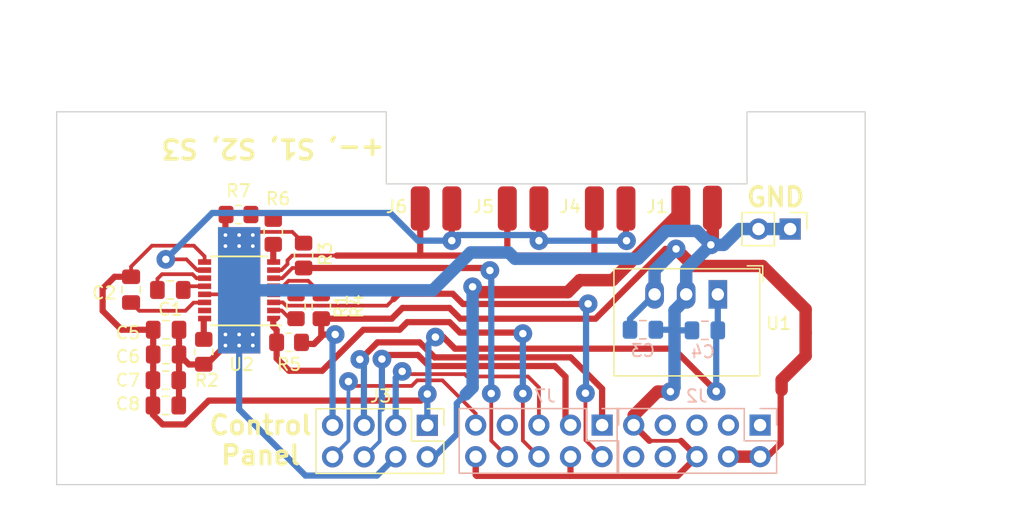
<source format=kicad_pcb>
(kicad_pcb (version 20211014) (generator pcbnew)
  (layers (0 "F.Cu" signal) (31 "B.Cu" signal) (34 "B.Paste" user) (35 "F.Paste" user) (36 "B.SilkS" user "B.Silkscreen") (37 "F.SilkS" user "F.Silkscreen") (38 "B.Mask" user) (39 "F.Mask" user) (44 "Edge.Cuts" user))
  (net 0 "")
  (net 1 "Net-(C1-Pad1)")
  (net 2 "Net-(C1-Pad2)")
  (net 3 "+12V")
  (net 4 "/Batt+")
  (net 5 "GND")
  (net 7 "+5V")
  (net 13 "/Network-LED")
  (net 14 "/GPS-LED")
  (net 15 "/BOOT-LED")
  (net 16 "/Button-Pin")
  (net 17 "Net-(J4-Pad1)")
  (net 18 "Net-(J4-Pad2)")
  (net 19 "/PHASE")
  (net 20 "/nFault")
  (net 22 "/ENABLE")
  (net 23 "Net-(R1-Pad1)")
  (net 24 "Net-(R2-Pad1)")
  (net 25 "Net-(R4-Pad1)")
  (net 26 "Net-(R6-Pad1)")
  (net 27 "Net-(R6-Pad2)")
  (net 29 "Net-(U2-Pad14)")
  (footprint "Capacitor_SMD:C_0805_2012Metric_Pad1.18x1.45mm_HandSolder" (layer "F.Cu") (at 125.984 94.3102 -90)
    (fp_text reference "C2" (at 0.261252 2.159 180) (layer "F.SilkS"))
    (fp_text value "100nF")
    (fp_line (start -0.261252 0.735) (end 0.261252 0.735) (layer "F.SilkS") (width 0.12))
    (fp_line (start -0.261252 -0.735) (end 0.261252 -0.735) (layer "F.SilkS") (width 0.12))
    (pad "1" smd roundrect (at -1.0375 0 270) (size 1.175 1.45) (layers "F.Cu" "F.Paste" "F.Mask") (roundrect_rratio 0.212766) (net 3 "+12V"))
    (pad "2" smd roundrect (at 1.0375 0 270) (size 1.175 1.45) (layers "F.Cu" "F.Paste" "F.Mask") (roundrect_rratio 0.212766) (net 29 "Net-(U2-Pad14)"))
  )
  (footprint "MountingHole:MountingHole_2.7mm" (layer "F.Cu") (at 181.5 106.5)
    (fp_text reference "REF**" hide)
    (fp_text value "MountingHole_2.7mm")
    (pad "" np_thru_hole circle locked (at 0 0) (size 2.7 2.7) (drill 2.7) (layers *.Cu *.Mask))
  )
  (footprint "Resistor_SMD:R_0805_2012Metric_Pad1.20x1.40mm_HandSolder" (layer "F.Cu") (at 138.684 98.552)
    (fp_text reference "R5" (at 0 1.778) (layer "F.SilkS"))
    (fp_text value "4,7k")
    (fp_line (start -0.227064 0.735) (end 0.227064 0.735) (layer "F.SilkS") (width 0.12))
    (fp_line (start -0.227064 -0.735) (end 0.227064 -0.735) (layer "F.SilkS") (width 0.12))
    (pad "1" smd roundrect (at -1 0) (size 1.2 1.4) (layers "F.Cu" "F.Paste" "F.Mask") (roundrect_rratio 0.208333) (net 20 "/nFault"))
    (pad "2" smd roundrect (at 1 0) (size 1.2 1.4) (layers "F.Cu" "F.Paste" "F.Mask") (roundrect_rratio 0.208333) (net 7 "+5V"))
  )
  (footprint "MyFootprints:Pfusch_Conn" (layer "F.Cu") (at 157.5 86)
    (fp_text reference "J5" (at -3.195 1.63 unlocked) (layer "F.SilkS"))
    (fp_text value "Servo_2")
    (pad "1" smd roundrect (at -1.27 1.778 90) (size 3.556 1.524) (layers "F.Cu" "F.Paste" "F.Mask") (net 17 "Net-(J4-Pad1)"))
    (pad "2" smd roundrect (at 1.27 1.778 90) (size 3.556 1.524) (layers "F.Cu" "F.Paste" "F.Mask") (net 18 "Net-(J4-Pad2)"))
  )
  (footprint "Resistor_SMD:R_0805_2012Metric_Pad1.20x1.40mm_HandSolder" (layer "F.Cu") (at 139.2428 95.6478 90)
    (fp_text reference "R1" (at 0 3.6322 90) (layer "F.SilkS"))
    (fp_text value "10k")
    (fp_line (start -0.227064 0.735) (end 0.227064 0.735) (layer "F.SilkS") (width 0.12))
    (fp_line (start -0.227064 -0.735) (end 0.227064 -0.735) (layer "F.SilkS") (width 0.12))
    (pad "1" smd roundrect (at -1 0 90) (size 1.2 1.4) (layers "F.Cu" "F.Paste" "F.Mask") (roundrect_rratio 0.208333) (net 23 "Net-(R1-Pad1)"))
    (pad "2" smd roundrect (at 1 0 90) (size 1.2 1.4) (layers "F.Cu" "F.Paste" "F.Mask") (roundrect_rratio 0.208333) (net 5 "GND"))
  )
  (footprint "Capacitor_SMD:C_0805_2012Metric_Pad1.18x1.45mm_HandSolder" (layer "F.Cu") (at 128.778 103.632)
    (fp_text reference "C8" (at -3.048 -0.127) (layer "F.SilkS"))
    (fp_text value "10u")
    (fp_line (start -0.261252 0.735) (end 0.261252 0.735) (layer "F.SilkS") (width 0.12))
    (fp_line (start -0.261252 -0.735) (end 0.261252 -0.735) (layer "F.SilkS") (width 0.12))
    (pad "1" smd roundrect (at -1.0375 0) (size 1.175 1.45) (layers "F.Cu" "F.Paste" "F.Mask") (roundrect_rratio 0.212766) (net 3 "+12V"))
    (pad "2" smd roundrect (at 1.0375 0) (size 1.175 1.45) (layers "F.Cu" "F.Paste" "F.Mask") (roundrect_rratio 0.212766) (net 5 "GND"))
  )
  (footprint "Resistor_SMD:R_0805_2012Metric_Pad1.20x1.40mm_HandSolder" (layer "F.Cu") (at 141.2748 95.6478 -90)
    (fp_text reference "R4" (at 0 -2.8702 90) (layer "F.SilkS"))
    (fp_text value "4,7k")
    (fp_line (start -0.227064 -0.735) (end 0.227064 -0.735) (layer "F.SilkS") (width 0.12))
    (fp_line (start -0.227064 0.735) (end 0.227064 0.735) (layer "F.SilkS") (width 0.12))
    (pad "1" smd roundrect (at -1 0 270) (size 1.2 1.4) (layers "F.Cu" "F.Paste" "F.Mask") (roundrect_rratio 0.208333) (net 25 "Net-(R4-Pad1)"))
    (pad "2" smd roundrect (at 1 0 270) (size 1.2 1.4) (layers "F.Cu" "F.Paste" "F.Mask") (roundrect_rratio 0.208333) (net 7 "+5V"))
  )
  (footprint "MyFootprints:Pfusch_Conn" (layer "F.Cu") (at 164.5 86)
    (fp_text reference "J4" (at -3.21 1.63 unlocked) (layer "F.SilkS"))
    (fp_text value "Servo_1")
    (pad "1" smd roundrect (at -1.27 1.778 90) (size 3.556 1.524) (layers "F.Cu" "F.Paste" "F.Mask") (net 17 "Net-(J4-Pad1)"))
    (pad "2" smd roundrect (at 1.27 1.778 90) (size 3.556 1.524) (layers "F.Cu" "F.Paste" "F.Mask") (net 18 "Net-(J4-Pad2)"))
  )
  (footprint "MyFootprints:Pfusch_Conn" (layer "F.Cu") (at 171.45 85.9435)
    (fp_text reference "J1" (at -3.175 1.6865 unlocked) (layer "F.SilkS"))
    (fp_text value "Batt")
    (pad "1" smd roundrect (at -1.27 1.778 90) (size 3.556 1.524) (layers "F.Cu" "F.Paste" "F.Mask") (net 4 "/Batt+"))
    (pad "2" smd roundrect (at 1.27 1.778 90) (size 3.556 1.524) (layers "F.Cu" "F.Paste" "F.Mask") (net 5 "GND"))
  )
  (footprint "Resistor_SMD:R_0805_2012Metric_Pad1.20x1.40mm_HandSolder" (layer "F.Cu") (at 131.826 99.314 -90)
    (fp_text reference "R2" (at 2.286 -0.254 180) (layer "F.SilkS"))
    (fp_text value "10k")
    (fp_line (start -0.227064 -0.735) (end 0.227064 -0.735) (layer "F.SilkS") (width 0.12))
    (fp_line (start -0.227064 0.735) (end 0.227064 0.735) (layer "F.SilkS") (width 0.12))
    (pad "1" smd roundrect (at -1 0 270) (size 1.2 1.4) (layers "F.Cu" "F.Paste" "F.Mask") (roundrect_rratio 0.208333) (net 24 "Net-(R2-Pad1)"))
    (pad "2" smd roundrect (at 1 0 270) (size 1.2 1.4) (layers "F.Cu" "F.Paste" "F.Mask") (roundrect_rratio 0.208333) (net 5 "GND"))
  )
  (footprint "Capacitor_SMD:C_0805_2012Metric_Pad1.18x1.45mm_HandSolder" (layer "F.Cu") (at 128.7995 97.536)
    (fp_text reference "C5" (at -3.0695 0.254) (layer "F.SilkS"))
    (fp_text value "10u")
    (fp_line (start -0.261252 -0.735) (end 0.261252 -0.735) (layer "F.SilkS") (width 0.12))
    (fp_line (start -0.261252 0.735) (end 0.261252 0.735) (layer "F.SilkS") (width 0.12))
    (pad "1" smd roundrect (at -1.0375 0) (size 1.175 1.45) (layers "F.Cu" "F.Paste" "F.Mask") (roundrect_rratio 0.212766) (net 3 "+12V"))
    (pad "2" smd roundrect (at 1.0375 0) (size 1.175 1.45) (layers "F.Cu" "F.Paste" "F.Mask") (roundrect_rratio 0.212766) (net 5 "GND"))
  )
  (footprint "Capacitor_SMD:C_0805_2012Metric_Pad1.18x1.45mm_HandSolder" (layer "F.Cu") (at 128.778 101.6)
    (fp_text reference "C7" (at -3.048 0) (layer "F.SilkS"))
    (fp_text value "10u")
    (fp_line (start -0.261252 -0.735) (end 0.261252 -0.735) (layer "F.SilkS") (width 0.12))
    (fp_line (start -0.261252 0.735) (end 0.261252 0.735) (layer "F.SilkS") (width 0.12))
    (pad "1" smd roundrect (at -1.0375 0) (size 1.175 1.45) (layers "F.Cu" "F.Paste" "F.Mask") (roundrect_rratio 0.212766) (net 3 "+12V"))
    (pad "2" smd roundrect (at 1.0375 0) (size 1.175 1.45) (layers "F.Cu" "F.Paste" "F.Mask") (roundrect_rratio 0.212766) (net 5 "GND"))
  )
  (footprint "Package_SO:HTSSOP-16-1EP_4.4x5mm_P0.65mm_EP3.4x5mm_Mask3x3mm_ThermalVias" (layer "F.Cu") (at 134.6708 94.3618 180)
    (fp_text reference "U2" (at -0.2032 -5.9682) (layer "F.SilkS"))
    (fp_text value "DRV8801PWP")
    (fp_line (start -3.375 -2.825) (end 2.25 -2.825) (layer "F.SilkS") (width 0.15))
    (fp_line (start -2.25 2.725) (end 2.25 2.725) (layer "F.SilkS") (width 0.15))
    (pad "1" smd roundrect (at -2.775 -2.275 180) (size 1.05 0.45) (layers "F.Cu" "F.Paste" "F.Mask") (roundrect_rratio 0) (chamfer_ratio 0.5) (chamfer top_left) (net 20 "/nFault"))
    (pad "2" smd rect (at -2.775 -1.625 180) (size 1.05 0.45) (layers "F.Cu" "F.Paste" "F.Mask") (net 23 "Net-(R1-Pad1)"))
    (pad "3" smd rect (at -2.775 -0.975 180) (size 1.05 0.45) (layers "F.Cu" "F.Paste" "F.Mask") (net 19 "/PHASE"))
    (pad "4" smd rect (at -2.775 -0.325 180) (size 1.05 0.45) (layers "F.Cu" "F.Paste" "F.Mask") (net 5 "GND"))
    (pad "5" smd rect (at -2.775 0.325 180) (size 1.05 0.45) (layers "F.Cu" "F.Paste" "F.Mask") (net 25 "Net-(R4-Pad1)"))
    (pad "6" smd rect (at -2.775 0.975 180) (size 1.05 0.45) (layers "F.Cu" "F.Paste" "F.Mask") (net 22 "/ENABLE"))
    (pad "7" smd rect (at -2.775 1.625 180) (size 1.05 0.45) (layers "F.Cu" "F.Paste" "F.Mask") (net 17 "Net-(J4-Pad1)"))
    (pad "8" smd rect (at -2.775 2.275 180) (size 1.05 0.45) (layers "F.Cu" "F.Paste" "F.Mask") (net 26 "Net-(R6-Pad1)"))
    (pad "9" smd rect (at 2.775 2.275 180) (size 1.05 0.45) (layers "F.Cu" "F.Paste" "F.Mask") (net 3 "+12V"))
    (pad "10" smd rect (at 2.775 1.625 180) (size 1.05 0.45) (layers "F.Cu" "F.Paste" "F.Mask") (net 18 "Net-(J4-Pad2)"))
    (pad "11" smd rect (at 2.775 0.975 180) (size 1.05 0.45) (layers "F.Cu" "F.Paste" "F.Mask") (net 1 "Net-(C1-Pad1)"))
    (pad "12" smd rect (at 2.775 0.325 180) (size 1.05 0.45) (layers "F.Cu" "F.Paste" "F.Mask") (net 2 "Net-(C1-Pad2)"))
    (pad "13" smd rect (at 2.775 -0.325 180) (size 1.05 0.45) (layers "F.Cu" "F.Paste" "F.Mask") (net 5 "GND"))
    (pad "14" smd rect (at 2.775 -0.975 180) (size 1.05 0.45) (layers "F.Cu" "F.Paste" "F.Mask") (net 29 "Net-(U2-Pad14)"))
    (pad "15" smd rect (at 2.775 -1.625 180) (size 1.05 0.45) (layers "F.Cu" "F.Paste" "F.Mask"))
    (pad "16" smd rect (at 2.775 -2.275 180) (size 1.05 0.45) (layers "F.Cu" "F.Paste" "F.Mask") (net 24 "Net-(R2-Pad1)"))
    (pad "17" thru_hole circle (at -1.1 -3.556 180) (size 0.6 0.6) (drill 0.3) (layers *.Cu) (net 5 "GND"))
    (pad "17" thru_hole circle (at 0 3.556 180) (size 0.6 0.6) (drill 0.3) (layers "F.Cu" "In1.Cu" "B.Cu") (net 5 "GND"))
    (pad "17" thru_hole circle (at 1.1 -3.556 180) (size 0.6 0.6) (drill 0.3) (layers *.Cu) (net 5 "GND"))
    (pad "17" thru_hole circle (at -1.1 3.556 180) (size 0.6 0.6) (drill 0.3) (layers "F.Cu" "In1.Cu" "B.Cu") (net 5 "GND"))
    (pad "17" thru_hole circle (at -1.1 4.445 180) (size 0.6 0.6) (drill 0.3) (layers *.Cu) (net 5 "GND"))
    (pad "17" thru_hole circle (at -1.1 -4.445 180) (size 0.6 0.6) (drill 0.3) (layers *.Cu) (net 5 "GND"))
    (pad "17" smd rect (at 0 0 180) (size 3.4 10.16) (layers "B.Cu") (net 5 "GND"))
    (pad "17" thru_hole circle (at 1.1 -4.445 180) (size 0.6 0.6) (drill 0.3) (layers *.Cu) (net 5 "GND"))
    (pad "17" thru_hole circle (at 1.1 4.445 180) (size 0.6 0.6) (drill 0.3) (layers *.Cu) (net 5 "GND"))
    (pad "17" thru_hole circle (at 0 -4.445 180) (size 0.6 0.6) (drill 0.3) (layers *.Cu) (net 5 "GND"))
    (pad "17" smd rect (at 0 0 180) (size 3.4 10.16) (layers "F.Cu") (net 5 "GND"))
    (pad "17" thru_hole circle (at 0 -3.556 180) (size 0.6 0.6) (drill 0.3) (layers *.Cu) (net 5 "GND"))
    (pad "17" thru_hole circle (at 1.1 3.556 180) (size 0.6 0.6) (drill 0.3) (layers "F.Cu" "In1.Cu" "B.Cu") (net 5 "GND"))
    (pad "17" thru_hole circle (at 0 4.445 180) (size 0.6 0.6) (drill 0.3) (layers *.Cu) (net 5 "GND"))
  )
  (footprint "Converter_DCDC:Converter_DCDC_RECOM_R-78E-0.5_THT" (layer "F.Cu") (at 173.1518 94.6912 180)
    (fp_text reference "U1" (at -4.9022 -2.3368) (layer "F.SilkS"))
    (fp_text value "R-78C5.0-1.0")
    (fp_line (start -3.611 2.3) (end -2.371 2.3) (layer "F.SilkS") (width 0.12))
    (fp_line (start -3.371 2.06) (end 8.35 2.06) (layer "F.SilkS") (width 0.12))
    (fp_line (start -3.611 1.06) (end -3.611 2.3) (layer "F.SilkS") (width 0.12))
    (fp_line (start -3.371 -6.56) (end -3.371 2.06) (layer "F.SilkS") (width 0.12))
    (fp_line (start 8.35 -6.56) (end 8.35 2.06) (layer "F.SilkS") (width 0.12))
    (fp_line (start -3.371 -6.56) (end 8.35 -6.56) (layer "F.SilkS") (width 0.12))
    (pad "1" thru_hole rect (at 0 0 180) (size 1.5 2.3) (drill 1) (layers *.Cu *.Mask) (net 3 "+12V"))
    (pad "2" thru_hole oval (at 2.54 0 180) (size 1.5 2.3) (drill 1) (layers *.Cu *.Mask) (net 5 "GND"))
    (pad "3" thru_hole oval (at 5.08 0 180) (size 1.5 2.3) (drill 1) (layers *.Cu *.Mask) (net 7 "+5V"))
  )
  (footprint "Resistor_SMD:R_0805_2012Metric_Pad1.20x1.40mm_HandSolder" (layer "F.Cu") (at 139.8524 91.567 90)
    (fp_text reference "R3" (at 0.127 1.7526 90) (layer "F.SilkS"))
    (fp_text value "10k")
    (fp_line (start -0.227064 0.735) (end 0.227064 0.735) (layer "F.SilkS") (width 0.12))
    (fp_line (start -0.227064 -0.735) (end 0.227064 -0.735) (layer "F.SilkS") (width 0.12))
    (pad "1" smd roundrect (at -1 0 90) (size 1.2 1.4) (layers "F.Cu" "F.Paste" "F.Mask") (roundrect_rratio 0.208333) (net 22 "/ENABLE"))
    (pad "2" smd roundrect (at 1 0 90) (size 1.2 1.4) (layers "F.Cu" "F.Paste" "F.Mask") (roundrect_rratio 0.208333) (net 5 "GND"))
  )
  (footprint "Capacitor_SMD:C_0805_2012Metric_Pad1.18x1.45mm_HandSolder" (layer "F.Cu") (at 129.1375 94.3356)
    (fp_text reference "C1" (at 0 1.5494) (layer "F.SilkS"))
    (fp_text value "100nF")
    (fp_line (start -0.261252 -0.735) (end 0.261252 -0.735) (layer "F.SilkS") (width 0.12))
    (fp_line (start -0.261252 0.735) (end 0.261252 0.735) (layer "F.SilkS") (width 0.12))
    (pad "1" smd roundrect (at -1.0375 0) (size 1.175 1.45) (layers "F.Cu" "F.Paste" "F.Mask") (roundrect_rratio 0.212766) (net 1 "Net-(C1-Pad1)"))
    (pad "2" smd roundrect (at 1.0375 0) (size 1.175 1.45) (layers "F.Cu" "F.Paste" "F.Mask") (roundrect_rratio 0.212766) (net 2 "Net-(C1-Pad2)"))
  )
  (footprint "Connector_PinHeader_2.54mm:PinHeader_2x04_P2.54mm_Vertical" (layer "F.Cu") (at 149.8 105.225 -90)
    (fp_text reference "J3" (at -2.355 3.75 180) (layer "F.SilkS"))
    (fp_text value "Control_Panel")
    (fp_line (start 1.27 -1.33) (end 3.87 -1.33) (layer "F.SilkS") (width 0.12))
    (fp_line (start -1.33 1.27) (end -1.33 8.95) (layer "F.SilkS") (width 0.12))
    (fp_line (start -1.33 8.95) (end 3.87 8.95) (layer "F.SilkS") (width 0.12))
    (fp_line (start -1.33 0) (end -1.33 -1.33) (layer "F.SilkS") (width 0.12))
    (fp_line (start 3.87 -1.33) (end 3.87 8.95) (layer "F.SilkS") (width 0.12))
    (fp_line (start 1.27 1.27) (end 1.27 -1.33) (layer "F.SilkS") (width 0.12))
    (fp_line (start -1.33 1.27) (end 1.27 1.27) (layer "F.SilkS") (width 0.12))
    (fp_line (start -1.33 -1.33) (end 0 -1.33) (layer "F.SilkS") (width 0.12))
    (pad "1" thru_hole rect locked (at 0 0 270) (size 1.7 1.7) (drill 1) (layers *.Cu *.Mask) (net 3 "+12V"))
    (pad "2" thru_hole oval locked (at 2.54 0 270) (size 1.7 1.7) (drill 1) (layers *.Cu *.Mask) (net 4 "/Batt+"))
    (pad "3" thru_hole oval locked (at 0 2.54 270) (size 1.7 1.7) (drill 1) (layers *.Cu *.Mask) (net 13 "/Network-LED"))
    (pad "4" thru_hole oval locked (at 2.54 2.54 270) (size 1.7 1.7) (drill 1) (layers *.Cu *.Mask) (net 5 "GND"))
    (pad "5" thru_hole oval locked (at 0 5.08 270) (size 1.7 1.7) (drill 1) (layers *.Cu *.Mask) (net 14 "/GPS-LED"))
    (pad "6" thru_hole oval locked (at 2.54 5.08 270) (size 1.7 1.7) (drill 1) (layers *.Cu *.Mask) (net 15 "/BOOT-LED"))
    (pad "7" thru_hole oval locked (at 0 7.62 270) (size 1.7 1.7) (drill 1) (layers *.Cu *.Mask) (net 7 "+5V"))
    (pad "8" thru_hole oval locked (at 2.54 7.62 270) (size 1.7 1.7) (drill 1) (layers *.Cu *.Mask) (net 16 "/Button-Pin"))
  )
  (footprint "Capacitor_SMD:C_0805_2012Metric_Pad1.18x1.45mm_HandSolder" (layer "F.Cu") (at 128.7995 99.53)
    (fp_text reference "C6" (at -3.0695 0.165) (layer "F.SilkS"))
    (fp_text value "10u")
    (fp_line (start -0.261252 -0.735) (end 0.261252 -0.735) (layer "F.SilkS") (width 0.12))
    (fp_line (start -0.261252 0.735) (end 0.261252 0.735) (layer "F.SilkS") (width 0.12))
    (pad "1" smd roundrect (at -1.0375 0) (size 1.175 1.45) (layers "F.Cu" "F.Paste" "F.Mask") (roundrect_rratio 0.212766) (net 3 "+12V"))
    (pad "2" smd roundrect (at 1.0375 0) (size 1.175 1.45) (layers "F.Cu" "F.Paste" "F.Mask") (roundrect_rratio 0.212766) (net 5 "GND"))
  )
  (footprint "Connector_PinHeader_2.54mm:PinHeader_1x02_P2.54mm_Vertical" (layer "F.Cu") (at 178.9684 89.4334 -90)
    (fp_text reference "J8" hide)
    (fp_text value "Masse")
    (fp_line (start -1.33 3.87) (end 1.33 3.87) (layer "F.SilkS") (width 0.12))
    (fp_line (start -1.33 0) (end -1.33 -1.33) (layer "F.SilkS") (width 0.12))
    (fp_line (start -1.33 1.27) (end -1.33 3.87) (layer "F.SilkS") (width 0.12))
    (fp_line (start 1.33 1.27) (end 1.33 3.87) (layer "F.SilkS") (width 0.12))
    (fp_line (start -1.33 1.27) (end 1.33 1.27) (layer "F.SilkS") (width 0.12))
    (fp_line (start -1.33 -1.33) (end 0 -1.33) (layer "F.SilkS") (width 0.12))
    (pad "1" thru_hole rect (at 0 0 270) (size 1.7 1.7) (drill 1) (layers *.Cu *.Mask) (net 5 "GND"))
    (pad "2" thru_hole oval (at 0 2.54 270) (size 1.7 1.7) (drill 1) (layers *.Cu *.Mask) (net 5 "GND"))
  )
  (footprint "MountingHole:MountingHole_2.7mm" (layer "F.Cu") (at 181.5 83.5)
    (fp_text reference "REF**" hide)
    (fp_text value "MountingHole_2.7mm")
    (pad "" np_thru_hole circle locked (at 0 0) (size 2.7 2.7) (drill 2.7) (layers *.Cu *.Mask))
  )
  (footprint "MountingHole:MountingHole_2.7mm" (layer "F.Cu") (at 123.5 106.5)
    (fp_text reference "REF**" hide)
    (fp_text value "MountingHole_2.7mm")
    (pad "" np_thru_hole circle locked (at 0 0) (size 2.7 2.7) (drill 2.7) (layers F&B.Cu *.Mask))
  )
  (footprint "Resistor_SMD:R_0805_2012Metric_Pad1.20x1.40mm_HandSolder" (layer "F.Cu") (at 137.414 89.662 90)
    (fp_text reference "R6" (at 2.667 0.381 180) (layer "F.SilkS"))
    (fp_text value "R")
    (fp_line (start -0.227064 0.735) (end 0.227064 0.735) (layer "F.SilkS") (width 0.12))
    (fp_line (start -0.227064 -0.735) (end 0.227064 -0.735) (layer "F.SilkS") (width 0.12))
    (pad "1" smd roundrect (at -1 0 90) (size 1.2 1.4) (layers "F.Cu" "F.Paste" "F.Mask") (roundrect_rratio 0.208333) (net 26 "Net-(R6-Pad1)"))
    (pad "2" smd roundrect (at 1 0 90) (size 1.2 1.4) (layers "F.Cu" "F.Paste" "F.Mask") (roundrect_rratio 0.208333) (net 27 "Net-(R6-Pad2)"))
  )
  (footprint "Resistor_SMD:R_0805_2012Metric_Pad1.20x1.40mm_HandSolder" (layer "F.Cu") (at 134.62 88.265 180)
    (fp_text reference "R7" (at 0 1.905) (layer "F.SilkS"))
    (fp_text value "R")
    (fp_line (start -0.227064 -0.735) (end 0.227064 -0.735) (layer "F.SilkS") (width 0.12))
    (fp_line (start -0.227064 0.735) (end 0.227064 0.735) (layer "F.SilkS") (width 0.12))
    (pad "1" smd roundrect (at -1 0 180) (size 1.2 1.4) (layers "F.Cu" "F.Paste" "F.Mask") (roundrect_rratio 0.208333) (net 27 "Net-(R6-Pad2)"))
    (pad "2" smd roundrect (at 1 0 180) (size 1.2 1.4) (layers "F.Cu" "F.Paste" "F.Mask") (roundrect_rratio 0.208333) (net 5 "GND"))
  )
  (footprint "MyFootprints:Pfusch_Conn" (layer "F.Cu") (at 150.5 86)
    (fp_text reference "J6" (at -3.18 1.63 unlocked) (layer "F.SilkS"))
    (fp_text value "Servo_3")
    (pad "1" smd roundrect (at -1.27 1.778 90) (size 3.556 1.524) (layers "F.Cu" "F.Paste" "F.Mask") (net 17 "Net-(J4-Pad1)"))
    (pad "2" smd roundrect (at 1.27 1.778 90) (size 3.556 1.524) (layers "F.Cu" "F.Paste" "F.Mask") (net 18 "Net-(J4-Pad2)"))
  )
  (footprint "MountingHole:MountingHole_2.7mm" (layer "F.Cu") (at 123.5 83.5)
    (fp_text reference "REF**" hide)
    (fp_text value "MountingHole_2.7mm")
    (pad "" np_thru_hole circle locked (at 0 0) (size 2.7 2.7) (drill 2.7) (layers F&B.Cu *.Mask))
  )
  (footprint "Connector_PinSocket_2.54mm:PinSocket_2x05_P2.54mm_Vertical" (layer "B.Cu") (at 163.85 105.21 90)
    (fp_text reference "J7" (at 2.34 -4.592 180) (layer "B.SilkS") (effects (justify mirror)))
    (fp_text value "Raspi")
    (fp_line (start 1.33 -1.27) (end 1.33 -11.49) (layer "B.SilkS") (width 0.12))
    (fp_line (start -3.87 1.33) (end -1.27 1.33) (layer "B.SilkS") (width 0.12))
    (fp_line (start -1.27 -1.27) (end 1.33 -1.27) (layer "B.SilkS") (width 0.12))
    (fp_line (start 1.33 1.33) (end 1.33 0) (layer "B.SilkS") (width 0.12))
    (fp_line (start 0 1.33) (end 1.33 1.33) (layer "B.SilkS") (width 0.12))
    (fp_line (start -3.87 1.33) (end -3.87 -11.49) (layer "B.SilkS") (width 0.12))
    (fp_line (start -1.27 1.33) (end -1.27 -1.27) (layer "B.SilkS") (width 0.12))
    (fp_line (start -3.87 -11.49) (end 1.33 -11.49) (layer "B.SilkS") (width 0.12))
    (pad "1" thru_hole rect locked (at 0 0 90) (size 1.7 1.7) (drill 1) (layers *.Cu *.Mask) (net 14 "/GPS-LED"))
    (pad "2" thru_hole oval locked (at -2.54 0 90) (size 1.7 1.7) (drill 1) (layers *.Cu *.Mask) (net 19 "/PHASE"))
    (pad "3" thru_hole oval locked (at 0 -2.54 90) (size 1.7 1.7) (drill 1) (layers *.Cu *.Mask) (net 15 "/BOOT-LED"))
    (pad "4" thru_hole oval locked (at -2.54 -2.54 90) (size 1.7 1.7) (drill 1) (layers *.Cu *.Mask) (net 5 "GND"))
    (pad "5" thru_hole oval locked (at 0 -5.08 90) (size 1.7 1.7) (drill 1) (layers *.Cu *.Mask) (net 13 "/Network-LED"))
    (pad "6" thru_hole oval locked (at -2.54 -5.08 90) (size 1.7 1.7) (drill 1) (layers *.Cu *.Mask) (net 20 "/nFault"))
    (pad "7" thru_hole oval locked (at 0 -7.62 90) (size 1.7 1.7) (drill 1) (layers *.Cu *.Mask))
    (pad "8" thru_hole oval locked (at -2.54 -7.62 90) (size 1.7 1.7) (drill 1) (layers *.Cu *.Mask) (net 22 "/ENABLE"))
    (pad "9" thru_hole oval locked (at 0 -10.16 90) (size 1.7 1.7) (drill 1) (layers *.Cu *.Mask) (net 16 "/Button-Pin"))
    (pad "10" thru_hole oval locked (at -2.54 -10.16 90) (size 1.7 1.7) (drill 1) (layers *.Cu *.Mask) (net 5 "GND"))
  )
  (footprint "Capacitor_SMD:C_0805_2012Metric_Pad1.18x1.45mm_HandSolder" (layer "B.Cu") (at 172.1143 97.5868 180)
    (fp_text reference "C4" (at 0.1563 -1.7272) (layer "B.SilkS") (effects (justify mirror)))
    (fp_text value "10u")
    (fp_line (start -0.261252 -0.735) (end 0.261252 -0.735) (layer "B.SilkS") (width 0.12))
    (fp_line (start -0.261252 0.735) (end 0.261252 0.735) (layer "B.SilkS") (width 0.12))
    (pad "1" smd roundrect (at -1.0375 0 180) (size 1.175 1.45) (layers "B.Cu" "B.Paste" "B.Mask") (roundrect_rratio 0.212766) (net 3 "+12V"))
    (pad "2" smd roundrect (at 1.0375 0 180) (size 1.175 1.45) (layers "B.Cu" "B.Paste" "B.Mask") (roundrect_rratio 0.212766) (net 5 "GND"))
  )
  (footprint "Capacitor_SMD:C_0805_2012Metric_Pad1.18x1.45mm_HandSolder" (layer "B.Cu") (at 167.132 97.536)
    (fp_text reference "C3" (at 0 1.68) (layer "B.SilkS") (effects (justify mirror)))
    (fp_text value "10u")
    (fp_line (start -0.261252 -0.735) (end 0.261252 -0.735) (layer "B.SilkS") (width 0.12))
    (fp_line (start -0.261252 0.735) (end 0.261252 0.735) (layer "B.SilkS") (width 0.12))
    (pad "1" smd roundrect (at -1.0375 0) (size 1.175 1.45) (layers "B.Cu" "B.Paste" "B.Mask") (roundrect_rratio 0.212766) (net 7 "+5V"))
    (pad "2" smd roundrect (at 1.0375 0) (size 1.175 1.45) (layers "B.Cu" "B.Paste" "B.Mask") (roundrect_rratio 0.212766) (net 5 "GND"))
  )
  (footprint "Connector_PinSocket_2.54mm:PinSocket_2x05_P2.54mm_Vertical" (layer "B.Cu") (at 176.55 105.21 90)
    (fp_text reference locked "J2" (at 2.34 -5.1 180) (layer "B.SilkS") (effects (justify mirror)))
    (fp_text value "Berry IMU")
    (fp_line (start 1.33 -1.27) (end 1.33 -11.49) (layer "B.SilkS") (width 0.12))
    (fp_line (start -1.27 1.33) (end -1.27 -1.27) (layer "B.SilkS") (width 0.12))
    (fp_line (start -3.87 1.33) (end -3.87 -11.49) (layer "B.SilkS") (width 0.12))
    (fp_line (start -1.27 -1.27) (end 1.33 -1.27) (layer "B.SilkS") (width 0.12))
    (fp_line (start 1.33 1.33) (end 1.33 0) (layer "B.SilkS") (width 0.12))
    (fp_line (start -3.87 1.33) (end -1.27 1.33) (layer "B.SilkS") (width 0.12))
    (fp_line (start -3.87 -11.49) (end 1.33 -11.49) (layer "B.SilkS") (width 0.12))
    (fp_line (start 0 1.33) (end 1.33 1.33) (layer "B.SilkS") (width 0.12))
    (pad "1" thru_hole rect locked (at 0 0 90) (size 1.7 1.7) (drill 1) (layers *.Cu *.Mask))
    (pad "2" thru_hole oval locked (at -2.54 0 90) (size 1.7 1.7) (drill 1) (layers *.Cu *.Mask) (net 7 "+5V"))
    (pad "3" thru_hole oval locked (at 0 -2.54 90) (size 1.7 1.7) (drill 1) (layers *.Cu *.Mask))
    (pad "4" thru_hole oval locked (at -2.54 -2.54 90) (size 1.7 1.7) (drill 1) (layers *.Cu *.Mask) (net 7 "+5V"))
    (pad "5" thru_hole oval locked (at 0 -5.08 90) (size 1.7 1.7) (drill 1) (layers *.Cu *.Mask))
    (pad "6" thru_hole oval locked (at -2.54 -5.08 90) (size 1.7 1.7) (drill 1) (layers *.Cu *.Mask) (net 5 "GND"))
    (pad "7" thru_hole oval locked (at 0 -7.62 90) (size 1.7 1.7) (drill 1) (layers *.Cu *.Mask))
    (pad "8" thru_hole oval locked (at -2.54 -7.62 90) (size 1.7 1.7) (drill 1) (layers *.Cu *.Mask))
    (pad "9" thru_hole oval locked (at 0 -10.16 90) (size 1.7 1.7) (drill 1) (layers *.Cu *.Mask) (net 5 "GND"))
    (pad "10" thru_hole oval locked (at -2.54 -10.16 90) (size 1.7 1.7) (drill 1) (layers *.Cu *.Mask))
  )
  (gr_line (start 175.5 85.8) (end 175.5 80) (layer "Edge.Cuts") (width 0.1))
  (gr_line (start 146.5 85.8) (end 175.5 85.8) (layer "Edge.Cuts") (width 0.1))
  (gr_line (start 146.5 80) (end 146.5 85.8) (layer "Edge.Cuts") (width 0.1))
  (gr_line (start 185 110) (end 120 110) (layer "Edge.Cuts") (width 0.1))
  (gr_line locked (start 185 80) (end 185 110) (layer "Edge.Cuts") (width 0.1))
  (gr_line locked (start 120 110) (end 120 80) (layer "Edge.Cuts") (width 0.1))
  (gr_line (start 120 80) (end 146.5 80) (layer "Edge.Cuts") (width 0.1))
  (gr_line (start 175.5 80) (end 185 80) (layer "Edge.Cuts") (width 0.1))
  (gr_text "GND" (at 177.8 86.868) (layer "F.SilkS") (effects (font (size 1.5 1.5) (thickness 0.3))))
  (gr_text "Control\nPanel" (at 136.398 106.426) (layer "F.SilkS") (effects (font (size 1.5 1.5) (thickness 0.3))))
  (gr_text "+-, S1, S2, S3" (at 137.3886 82.9564 180) (layer "F.SilkS") (effects (font (size 1.5 1.5) (thickness 0.3))))
  (segment (start 128.1 94.3356) (end 128.1 93.4388) (width 0.3) (layer "F.Cu") (net 1))
  (segment (start 130.9194 93.0656) (end 131.2406 93.3868) (width 0.3) (layer "F.Cu") (net 1))
  (segment (start 128.4732 93.0656) (end 130.9194 93.0656) (width 0.3) (layer "F.Cu") (net 1))
  (segment (start 128.1 93.4388) (end 128.4732 93.0656) (width 0.3) (layer "F.Cu") (net 1))
  (segment (start 131.2406 93.3868) (end 131.8958 93.3868) (width 0.3) (layer "F.Cu") (net 1))
  (segment (start 131.8958 94.0368) (end 130.4738 94.0368) (width 0.3) (layer "F.Cu") (net 2))
  (segment (start 130.4738 94.0368) (end 130.175 94.3356) (width 0.3) (layer "F.Cu") (net 2))
  (segment (start 169.5958 99.06) (end 173.0248 102.489) (width 0.5) (layer "F.Cu") (net 3))
  (segment (start 130.302 105.156) (end 132.219729 103.238271) (width 0.5) (layer "F.Cu") (net 3))
  (segment (start 125.984 93.2727) (end 124.6593 93.2727) (width 0.5) (layer "F.Cu") (net 3))
  (segment (start 127.762 103.6105) (end 127.7405 103.632) (width 0.5) (layer "F.Cu") (net 3))
  (segment (start 125.984 92.456) (end 127.6682 90.7718) (width 0.3) (layer "F.Cu") (net 3))
  (segment (start 149.270129 103.238271) (end 149.8 102.7084) (width 0.5) (layer "F.Cu") (net 3))
  (segment (start 125.984 93.2727) (end 125.984 92.456) (width 0.3) (layer "F.Cu") (net 3))
  (segment (start 127.7405 103.632) (end 127.7405 104.3725) (width 0.5) (layer "F.Cu") (net 3))
  (segment (start 127.762 97.536) (end 127.762 103.6105) (width 0.5) (layer "F.Cu") (net 3))
  (segment (start 125.222 97.536) (end 127.762 97.536) (width 0.5) (layer "F.Cu") (net 3))
  (segment (start 152.019 99.06) (end 169.5958 99.06) (width 0.5) (layer "F.Cu") (net 3))
  (segment (start 150.4499 98.1259) (end 151.0849 98.1259) (width 0.5) (layer "F.Cu") (net 3))
  (segment (start 123.698 94.234) (end 123.698 96.012) (width 0.5) (layer "F.Cu") (net 3))
  (segment (start 151.0849 98.1259) (end 152.019 99.06) (width 0.5) (layer "F.Cu") (net 3))
  (segment (start 128.524 105.156) (end 130.302 105.156) (width 0.5) (layer "F.Cu") (net 3))
  (segment (start 127.7405 104.3725) (end 128.524 105.156) (width 0.5) (layer "F.Cu") (net 3))
  (segment (start 127.6682 90.7718) (end 131.0308 90.7718) (width 0.3) (layer "F.Cu") (net 3))
  (segment (start 131.8958 91.6368) (end 131.8958 92.0868) (width 0.3) (layer "F.Cu") (net 3))
  (segment (start 132.219729 103.238271) (end 149.270129 103.238271) (width 0.5) (layer "F.Cu") (net 3))
  (segment (start 123.698 96.012) (end 125.222 97.536) (width 0.5) (layer "F.Cu") (net 3))
  (segment (start 131.0308 90.7718) (end 131.8958 91.6368) (width 0.3) (layer "F.Cu") (net 3))
  (segment (start 124.6593 93.2727) (end 123.698 94.234) (width 0.5) (layer "F.Cu") (net 3))
  (via (at 150.4499 98.1259) (size 1.5) (drill 0.6) (layers "F.Cu" "B.Cu") (net 3))
  (via (at 173.0248 102.489) (size 1.5) (drill 0.6) (layers "F.Cu" "B.Cu") (net 3))
  (via (at 149.8 102.7084) (size 1.5) (drill 0.6) (layers "F.Cu" "B.Cu") (net 3))
  (segment (start 173.0248 97.7138) (end 173.1518 97.5868) (width 0.5) (layer "B.Cu") (net 3))
  (segment (start 149.8854 98.6904) (end 149.8854 102.623) (width 0.5) (layer "B.Cu") (net 3))
  (segment (start 149.8854 102.623) (end 149.8 102.7084) (width 0.5) (layer "B.Cu") (net 3))
  (segment (start 173.0248 102.489) (end 173.0248 97.7138) (width 0.5) (layer "B.Cu") (net 3))
  (segment (start 173.1518 94.6912) (end 173.1518 97.5868) (width 0.5) (layer "B.Cu") (net 3))
  (segment (start 150.4499 98.1259) (end 149.8854 98.6904) (width 0.5) (layer "B.Cu") (net 3))
  (segment (start 149.8 102.7084) (end 149.8 105.225) (width 0.5) (layer "B.Cu") (net 3))
  (segment (start 161.0868 94.5134) (end 162.052 93.5482) (width 1) (layer "F.Cu") (net 4))
  (segment (start 162.052 93.5482) (end 164.68681 93.5482) (width 1) (layer "F.Cu") (net 4))
  (segment (start 164.68681 93.5482) (end 170.18 88.05501) (width 1) (layer "F.Cu") (net 4))
  (segment (start 153.8732 94.5134) (end 161.0868 94.5134) (width 1) (layer "F.Cu") (net 4))
  (segment (start 153.4414 94.0816) (end 153.8732 94.5134) (width 1) (layer "F.Cu") (net 4))
  (segment (start 170.18 88.05501) (end 170.18 87.7215) (width 1) (layer "F.Cu") (net 4))
  (via (at 153.4414 94.0816) (size 1.5) (drill 0.6) (layers "F.Cu" "B.Cu") (net 4))
  (segment (start 152.8826 102.743) (end 152.1714 103.4542) (width 0.5) (layer "B.Cu") (net 4))
  (segment (start 152.1714 105.9434) (end 150.3498 107.765) (width 0.5) (layer "B.Cu") (net 4))
  (segment (start 150.3498 107.765) (end 149.8 107.765) (width 0.5) (layer "B.Cu") (net 4))
  (segment (start 153.4414 102.1842) (end 152.8826 102.743) (width 1) (layer "B.Cu") (net 4))
  (segment (start 152.1714 103.4542) (end 152.1714 105.9434) (width 0.5) (layer "B.Cu") (net 4))
  (segment (start 153.4414 94.0816) (end 153.4414 102.1842) (width 1) (layer "B.Cu") (net 4))
  (segment (start 153.69 107.75) (end 153.69 109.2146) (width 0.5) (layer "F.Cu") (net 5))
  (segment (start 153.69 109.1492) (end 153.69 107.75) (width 0.5) (layer "F.Cu") (net 5))
  (segment (start 131.81 100.33) (end 131.826 100.314) (width 0.5) (layer "F.Cu") (net 5))
  (segment (start 137.4458 94.6868) (end 139.2038 94.6868) (width 0.3) (layer "F.Cu") (net 5))
  (segment (start 153.7716 109.2962) (end 161.2084 109.2962) (width 0.5) (layer "F.Cu") (net 5))
  (segment (start 172.7454 87.7469) (end 172.72 87.7215) (width 1) (layer "F.Cu") (net 5))
  (segment (start 139.2038 94.6868) (end 139.2428 94.6478) (width 0.3) (layer "F.Cu") (net 5))
  (segment (start 137.4458 94.6868) (end 136.0958 94.6868) (width 0.3) (layer "F.Cu") (net 5))
  (segment (start 166.39 104.4394) (end 166.39 105.21) (width 1) (layer "F.Cu") (net 5))
  (segment (start 136.0256 89.662) (end 135.7708 89.9168) (width 0.3) (layer "F.Cu") (net 5))
  (segment (start 161.2646 109.2962) (end 169.9238 109.2962) (width 0.5) (layer "F.Cu") (net 5))
  (segment (start 136.0958 94.6868) (end 135.7708 94.3618) (width 0.3) (layer "F.Cu") (net 5))
  (segment (start 170.1968 106.4768) (end 171.47 107.75) (width 0.5) (layer "F.Cu") (net 5))
  (segment (start 172.593 90.7034) (end 172.7454 90.551) (width 1) (layer "F.Cu") (net 5))
  (segment (start 172.7454 89.7382) (end 172.7454 87.7469) (width 1) (layer "F.Cu") (net 5))
  (segment (start 169.3418 102.5144) (end 168.315 102.5144) (width 1) (layer "F.Cu") (net 5))
  (segment (start 131.826 100.314) (end 132.0636 100.314) (width 0.5) (layer "F.Cu") (net 5))
  (segment (start 133.5708 89.9168) (end 133.5708 88.1712) (width 0.5) (layer "F.Cu") (net 5))
  (segment (start 139.8524 90.567) (end 138.9474 89.662) (width 0.3) (layer "F.Cu") (net 5))
  (segment (start 133.2458 94.6868) (end 133.5708 94.3618) (width 0.3) (layer "F.Cu") (net 5))
  (segment (start 130.637 100.33) (end 131.81 100.33) (width 0.5) (layer "F.Cu") (net 5))
  (segment (start 172.7454 90.551) (end 172.7454 89.7382) (width 1) (layer "F.Cu") (net 5))
  (segment (start 129.837 97.536) (end 129.837 103.6105) (width 0.5) (layer "F.Cu") (net 5))
  (segment (start 166.39 105.21) (end 167.6568 106.4768) (width 0.5) (layer "F.Cu") (net 5))
  (segment (start 138.9474 89.662) (end 136.0256 89.662) (width 0.3) (layer "F.Cu") (net 5))
  (segment (start 132.0636 100.314) (end 133.5708 98.8068) (width 0.5) (layer "F.Cu") (net 5))
  (segment (start 161.2084 109.2962) (end 161.31 109.1946) (width 0.5) (layer "F.Cu") (net 5))
  (segment (start 129.837 99.53) (end 130.637 100.33) (width 0.5) (layer "F.Cu") (net 5))
  (segment (start 153.69 109.2146) (end 153.7716 109.2962) (width 0.5) (layer "F.Cu") (net 5))
  (segment (start 167.6568 106.4768) (end 170.1968 106.4768) (width 0.3) (layer "F.Cu") (net 5))
  (segment (start 161.31 109.1946) (end 161.31 107.75) (width 0.5) (layer "F.Cu") (net 5))
  (segment (start 169.9238 109.2962) (end 171.47 107.75) (width 0.5) (layer "F.Cu") (net 5))
  (segment (start 131.8958 94.6868) (end 133.2458 94.6868) (width 0.3) (layer "F.Cu") (net 5))
  (segment (start 129.837 103.6105) (end 129.8155 103.632) (width 0.5) (layer "F.Cu") (net 5))
  (segment (start 168.315 102.5144) (end 166.39 104.4394) (width 1) (layer "F.Cu") (net 5))
  (via (at 169.3418 102.5144) (size 1.5) (drill 0.6) (layers "F.Cu" "B.Cu") (net 5))
  (via (at 172.593 90.7034) (size 1.5) (drill 0.6) (layers "F.Cu" "B.Cu") (net 5))
  (segment (start 166.7488 91.8232) (end 156.8472 91.8232) (width 1) (layer "B.Cu") (net 5))
  (segment (start 170.6118 92.6846) (end 170.6118 94.6912) (width 1) (layer "B.Cu") (net 5))
  (segment (start 134.6708 103.9368) (end 134.6708 94.3618) (width 0.5) (layer "B.Cu") (net 5))
  (segment (start 169.672 95.9866) (end 170.6118 95.0468) (width 1) (layer "B.Cu") (net 5))
  (segment (start 150.2402 94.3618) (end 134.6708 94.3618) (width 1) (layer "B.Cu") (net 5))
  (segment (start 169.672 97.536) (end 169.7228 97.5868) (width 0.5) (layer "B.Cu") (net 5))
  (segment (start 140.0048 109.2708) (end 134.6708 103.9368) (width 0.5) (layer "B.Cu") (net 5))
  (segment (start 170.6118 95.0468) (end 170.6118 94.6912) (width 1) (layer "B.Cu") (net 5))
  (segment (start 176.4284 89.4334) (end 178.9684 89.4334) (width 1) (layer "B.Cu") (net 5))
  (segment (start 172.593 90.7034) (end 173.6344 90.7034) (width 1) (layer "B.Cu") (net 5))
  (segment (start 172.593 90.7034) (end 171.4732 89.5836) (width 1) (layer "B.Cu") (net 5))
  (segment (start 168.1695 97.536) (end 169.672 97.536) (width 0.5) (layer "B.Cu") (net 5))
  (segment (start 156.3405 91.3165) (end 153.2855 91.3165) (width 1) (layer "B.Cu") (net 5))
  (segment (start 147.26 107.765) (end 145.7542 109.2708) (width 0.5) (layer "B.Cu") (net 5))
  (segment (start 174.9044 89.4334) (end 176.4284 89.4334) (width 1) (layer "B.Cu") (net 5))
  (segment (start 173.6344 90.7034) (end 174.9044 89.4334) (width 1) (layer "B.Cu") (net 5))
  (segment (start 169.672 97.536) (end 169.672 95.9866) (width 1) (layer "B.Cu") (net 5))
  (segment (start 168.9884 89.5836) (end 166.7488 91.8232) (width 1) (layer "B.Cu") (net 5))
  (segment (start 172.593 90.7034) (end 170.6118 92.6846) (width 1) (layer "B.Cu") (net 5))
  (segment (start 156.8472 91.8232) (end 156.3405 91.3165) (width 1) (layer "B.Cu") (net 5))
  (segment (start 145.7542 109.2708) (end 140.0048 109.2708) (width 0.5) (layer "B.Cu") (net 5))
  (segment (start 153.2855 91.3165) (end 150.2402 94.3618) (width 1) (layer "B.Cu") (net 5))
  (segment (start 169.672 102.1842) (end 169.3418 102.5144) (width 1) (layer "B.Cu") (net 5))
  (segment (start 169.7228 97.5868) (end 171.0768 97.5868) (width 0.5) (layer "B.Cu") (net 5))
  (segment (start 171.4732 89.5836) (end 168.9884 89.5836) (width 1) (layer "B.Cu") (net 5))
  (segment (start 169.672 97.536) (end 169.672 102.1842) (width 1) (layer "B.Cu") (net 5))
  (segment (start 180.213 97.79) (end 180.213 99.6442) (width 1) (layer "F.Cu") (net 7))
  (segment (start 141.2748 98.0948) (end 140.6898 98.6798) (width 0.5) (layer "F.Cu") (net 7))
  (segment (start 146.9382 96.6478) (end 141.2748 96.6478) (width 0.5) (layer "F.Cu") (net 7))
  (segment (start 168.9354 91.0336) (end 163.3207 96.6483) (width 0.5) (layer "F.Cu") (net 7))
  (segment (start 180.213 95.885) (end 180.213 97.79) (width 1) (layer "F.Cu") (net 7))
  (segment (start 152.4521 96.6483) (end 151.5872 95.7834) (width 0.5) (layer "F.Cu") (net 7))
  (segment (start 151.5872 95.7834) (end 147.8026 95.7834) (width 0.5) (layer "F.Cu") (net 7))
  (segment (start 180.213 99.6442) (end 178.2826 101.5746) (width 1) (layer "F.Cu") (net 7))
  (segment (start 142.3924 97.917) (end 141.4526 97.917) (width 0.5) (layer "F.Cu") (net 7))
  (segment (start 147.8026 95.7834) (end 146.9382 96.6478) (width 0.5) (layer "F.Cu") (net 7))
  (segment (start 178.2826 102.3874) (end 178.2064 102.4636) (width 0.5) (layer "F.Cu") (net 7))
  (segment (start 140.6898 98.6798) (end 139.8118 98.6798) (width 0.5) (layer "F.Cu") (net 7))
  (segment (start 139.8118 98.6798) (end 139.684 98.552) (width 0.5) (layer "F.Cu") (net 7))
  (segment (start 176.7332 92.4052) (end 180.213 95.885) (width 1) (layer "F.Cu") (net 7))
  (segment (start 141.2748 96.6478) (end 141.2748 98.0948) (width 0.5) (layer "F.Cu") (net 7))
  (segment (start 141.4526 97.917) (end 140.6898 98.6798) (width 0.5) (layer "F.Cu") (net 7))
  (segment (start 178.2064 106.68) (end 177.1364 107.75) (width 0.5) (layer "F.Cu") (net 7))
  (segment (start 163.3207 96.6483) (end 152.4521 96.6483) (width 0.5) (layer "F.Cu") (net 7))
  (segment (start 178.2826 101.5746) (end 178.2826 102.3874) (width 1) (layer "F.Cu") (net 7))
  (segment (start 169.799 91.0336) (end 171.1706 92.4052) (width 1) (layer "F.Cu") (net 7))
  (segment (start 169.799 91.0336) (end 168.9354 91.0336) (width 0.5) (layer "F.Cu") (net 7))
  (segment (start 177.1364 107.75) (end 176.55 107.75) (width 0.5) (layer "F.Cu") (net 7))
  (segment (start 171.1706 92.4052) (end 176.7332 92.4052) (width 1) (layer "F.Cu") (net 7))
  (segment (start 178.2064 102.4636) (end 178.2064 106.68) (width 0.5) (layer "F.Cu") (net 7))
  (segment (start 174.01 107.75) (end 176.55 107.75) (width 1) (layer "F.Cu") (net 7))
  (via (at 142.3924 97.917) (size 1.5) (drill 0.6) (layers "F.Cu" "B.Cu") (net 7))
  (via (at 169.799 91.0336) (size 1.5) (drill 0.6) (layers "F.Cu" "B.Cu") (net 7))
  (segment (start 168.0718 92.7608) (end 168.0718 94.6912) (width 1) (layer "B.Cu") (net 7))
  (segment (start 142.3924 97.917) (end 142.18 98.1294) (width 0.5) (layer "B.Cu") (net 7))
  (segment (start 166.0945 97.536) (end 166.0945 96.6685) (width 0.5) (layer "B.Cu") (net 7))
  (segment (start 142.18 98.1294) (end 142.18 105.225) (width 0.5) (layer "B.Cu") (net 7))
  (segment (start 166.0945 96.6685) (end 168.0718 94.6912) (width 0.5) (layer "B.Cu") (net 7))
  (segment (start 169.799 91.0336) (end 168.0718 92.7608) (width 1) (layer "B.Cu") (net 7))
  (segment (start 152.9842 101.2952) (end 152.7974 101.1084) (width 0.3) (layer "F.Cu") (net 13))
  (segment (start 147.9968 101.1084) (end 147.7772 100.8888) (width 0.3) (layer "F.Cu") (net 13))
  (segment (start 157.8864 101.2952) (end 152.9842 101.2952) (width 0.3) (layer "F.Cu") (net 13))
  (segment (start 158.77 102.1788) (end 157.8864 101.2952) (width 0.3) (layer "F.Cu") (net 13))
  (segment (start 158.77 105.21) (end 158.77 102.1788) (width 0.3) (layer "F.Cu") (net 13))
  (segment (start 148.7932 101.1084) (end 147.9968 101.1084) (width 0.3) (layer "F.Cu") (net 13))
  (segment (start 152.7974 101.1084) (end 148.7932 101.1084) (width 0.3) (layer "F.Cu") (net 13))
  (via (at 147.7772 100.8888) (size 1.5) (drill 0.6) (layers "F.Cu" "B.Cu") (net 13))
  (segment (start 147.26 101.406) (end 147.26 105.225) (width 0.5) (layer "B.Cu") (net 13))
  (segment (start 147.7772 100.8888) (end 147.26 101.406) (width 0.5) (layer "B.Cu") (net 13))
  (segment (start 161.326457 99.76) (end 163.85 102.283543) (width 0.5) (layer "F.Cu") (net 14))
  (segment (start 163.85 102.283543) (end 163.85 105.21) (width 0.5) (layer "F.Cu") (net 14))
  (segment (start 150.386943 99.76) (end 161.326457 99.76) (width 0.5) (layer "F.Cu") (net 14))
  (segment (start 144.4244 99.9236) (end 145.796 98.552) (width 0.5) (layer "F.Cu") (net 14))
  (segment (start 144.3736 99.9236) (end 144.4244 99.9236) (width 0.5) (layer "F.Cu") (net 14))
  (segment (start 145.796 98.552) (end 149.178943 98.552) (width 0.5) (layer "F.Cu") (net 14))
  (segment (start 149.178943 98.552) (end 150.386943 99.76) (width 0.5) (layer "F.Cu") (net 14))
  (via (at 144.3736 99.9236) (size 1.5) (drill 0.6) (layers "F.Cu" "B.Cu") (net 14))
  (segment (start 144.7038 100.2538) (end 144.7038 105.2088) (width 0.5) (layer "B.Cu") (net 14))
  (segment (start 144.3736 99.9236) (end 144.7038 100.2538) (width 0.5) (layer "B.Cu") (net 14))
  (segment (start 144.7038 105.2088) (end 144.72 105.225) (width 0.5) (layer "B.Cu") (net 14))
  (segment (start 146.148875 99.895475) (end 146.47635 99.568) (width 0.5) (layer "F.Cu") (net 15))
  (segment (start 149.9392 100.46) (end 160.0484 100.46) (width 0.5) (layer "F.Cu") (net 15))
  (segment (start 146.47635 99.568) (end 149.0472 99.568) (width 0.5) (layer "F.Cu") (net 15))
  (segment (start 160.0484 100.46) (end 160.909 101.3206) (width 0.5) (layer "F.Cu") (net 15))
  (segment (start 149.0472 99.568) (end 149.9392 100.46) (width 0.5) (layer "F.Cu") (net 15))
  (segment (start 160.909 104.809) (end 161.31 105.21) (width 0.5) (layer "F.Cu") (net 15))
  (segment (start 160.909 101.3206) (end 160.909 104.809) (width 0.5) (layer "F.Cu") (net 15))
  (via (at 146.148875 99.895475) (size 1.5) (drill 0.6) (layers "F.Cu" "B.Cu") (net 15))
  (segment (start 146.1262 103.886) (end 145.9738 104.0384) (width 0.3) (layer "B.Cu") (net 15))
  (segment (start 146.148875 99.895475) (end 146.148875 103.863325) (width 0.5) (layer "B.Cu") (net 15))
  (segment (start 145.9738 106.5112) (end 144.72 107.765) (width 0.3) (layer "B.Cu") (net 15))
  (segment (start 146.148875 103.863325) (end 146.1262 103.886) (width 0.5) (layer "B.Cu") (net 15))
  (segment (start 145.9738 104.0384) (end 145.9738 106.5112) (width 0.3) (layer "B.Cu") (net 15))
  (segment (start 153.69 104.287) (end 151.0114 101.6084) (width 0.3) (layer "F.Cu") (net 16))
  (segment (start 153.69 105.21) (end 153.69 104.287) (width 0.3) (layer "F.Cu") (net 16))
  (segment (start 143.8148 102.0572) (end 143.4592 101.7016) (width 0.3) (layer "F.Cu") (net 16))
  (segment (start 148.988 101.6084) (end 148.5392 102.0572) (width 0.3) (layer "F.Cu") (net 16))
  (segment (start 148.5392 102.0572) (end 143.8148 102.0572) (width 0.3) (layer "F.Cu") (net 16))
  (segment (start 151.0114 101.6084) (end 148.988 101.6084) (width 0.3) (layer "F.Cu") (net 16))
  (via (at 143.4592 101.7016) (size 1.5) (drill 0.6) (layers "F.Cu" "B.Cu") (net 16))
  (segment (start 143.4592 106.4858) (end 142.18 107.765) (width 0.3) (layer "B.Cu") (net 16))
  (segment (start 143.4592 101.7016) (end 143.4592 106.4858) (width 0.3) (layer "B.Cu") (net 16))
  (segment (start 137.4458 92.7368) (end 138.077094 92.7368) (width 0.3) (layer "F.Cu") (net 17))
  (segment (start 156.23 91.567) (end 156.23 87.778) (width 0.5) (layer "F.Cu") (net 17))
  (segment (start 156.23 91.567) (end 163.23 91.567) (width 0.5) (layer "F.Cu") (net 17))
  (segment (start 138.077094 92.7368) (end 138.557 92.256894) (width 0.3) (layer "F.Cu") (net 17))
  (segment (start 138.557 92.256894) (end 138.557 91.948) (width 0.3) (layer "F.Cu") (net 17))
  (segment (start 149.23 87.778) (end 149.23 91.567) (width 0.5) (layer "F.Cu") (net 17))
  (segment (start 149.23 91.567) (end 156.23 91.567) (width 0.5) (layer "F.Cu") (net 17))
  (segment (start 138.557 91.948) (end 138.938 91.567) (width 0.3) (layer "F.Cu") (net 17))
  (segment (start 138.938 91.567) (end 142.5194 91.567) (width 0.3) (layer "F.Cu") (net 17))
  (segment (start 149.23 91.567) (end 142.5194 91.567) (width 0.5) (layer "F.Cu") (net 17))
  (segment (start 163.23 91.567) (end 163.23 87.778) (width 0.5) (layer "F.Cu") (net 17))
  (segment (start 165.77 90.332) (end 165.77 87.778) (width 0.5) (layer "F.Cu") (net 18))
  (segment (start 151.765 90.3675) (end 151.765 87.783) (width 0.5) (layer "F.Cu") (net 18))
  (segment (start 165.8112 90.3732) (end 165.77 90.332) (width 0.5) (layer "F.Cu") (net 18))
  (segment (start 158.7754 90.3675) (end 158.7754 87.7834) (width 0.5) (layer "F.Cu") (net 18))
  (segment (start 131.297707 92.7368) (end 131.8958 92.7368) (width 0.3) (layer "F.Cu") (net 18))
  (segment (start 130.432707 91.8718) (end 131.297707 92.7368) (width 0.3) (layer "F.Cu") (net 18))
  (segment (start 158.7754 87.7834) (end 158.77 87.778) (width 0.5) (layer "F.Cu") (net 18))
  (segment (start 128.778 91.8718) (end 130.432707 91.8718) (width 0.3) (layer "F.Cu") (net 18))
  (via (at 165.8112 90.3732) (size 1.5) (drill 0.6) (layers "F.Cu" "B.Cu") (net 18))
  (via (at 158.7754 90.3675) (size 1.5) (drill 0.6) (layers "F.Cu" "B.Cu") (net 18))
  (via (at 151.765 90.3675) (size 1.5) (drill 0.6) (layers "F.Cu" "B.Cu") (net 18))
  (via (at 128.778 91.8718) (size 1.5) (drill 0.6) (layers "F.Cu" "B.Cu") (net 18))
  (segment (start 151.765 90.3675) (end 152.2165 89.916) (width 0.5) (layer "B.Cu") (net 18))
  (segment (start 165.8112 90.3732) (end 158.7811 90.3732) (width 0.5) (layer "B.Cu") (net 18))
  (segment (start 158.3239 89.916) (end 158.7754 90.3675) (width 0.5) (layer "B.Cu") (net 18))
  (segment (start 146.812 88.138) (end 149.0415 90.3675) (width 0.5) (layer "B.Cu") (net 18))
  (segment (start 158.7811 90.3732) (end 158.7754 90.3675) (width 0.5) (layer "B.Cu") (net 18))
  (segment (start 132.5118 88.138) (end 146.812 88.138) (width 0.5) (layer "B.Cu") (net 18))
  (segment (start 149.0415 90.3675) (end 151.765 90.3675) (width 0.5) (layer "B.Cu") (net 18))
  (segment (start 152.2165 89.916) (end 158.3239 89.916) (width 0.5) (layer "B.Cu") (net 18))
  (segment (start 128.778 91.8718) (end 132.5118 88.138) (width 0.5) (layer "B.Cu") (net 18))
  (segment (start 146.5658 95.5978) (end 138.4476 95.5978) (width 0.3) (layer "F.Cu") (net 19))
  (segment (start 147.5232 94.6404) (end 151.8412 94.6404) (width 0.5) (layer "F.Cu") (net 19))
  (segment (start 151.8412 94.6404) (end 152.6642 95.4634) (width 0.5) (layer "F.Cu") (net 19))
  (segment (start 162.712725 95.4634) (end 162.727825 95.4483) (width 0.5) (layer "F.Cu") (net 19))
  (segment (start 138.4476 95.5978) (end 138.1866 95.3368) (width 0.3) (layer "F.Cu") (net 19))
  (segment (start 162.51 102.6406) (end 162.51 106.41) (width 0.3) (layer "F.Cu") (net 19))
  (segment (start 152.6642 95.4634) (end 162.712725 95.4634) (width 0.5) (layer "F.Cu") (net 19))
  (segment (start 138.1866 95.3368) (end 137.4458 95.3368) (width 0.3) (layer "F.Cu") (net 19))
  (segment (start 147.0914 95.0722) (end 146.5658 95.5978) (width 0.3) (layer "F.Cu") (net 19))
  (segment (start 162.51 106.41) (end 163.85 107.75) (width 0.3) (layer "F.Cu") (net 19))
  (segment (start 147.0914 95.0722) (end 147.5232 94.6404) (width 0.5) (layer "F.Cu") (net 19))
  (via (at 162.51 102.6406) (size 1.5) (drill 0.6) (layers "F.Cu" "B.Cu") (net 19))
  (via (at 162.727825 95.4483) (size 1.5) (drill 0.6) (layers "F.Cu" "B.Cu") (net 19))
  (segment (start 162.56 95.616125) (end 162.727825 95.4483) (width 0.5) (layer "B.Cu") (net 19))
  (segment (start 162.56 102.5906) (end 162.56 95.616125) (width 0.5) (layer "B.Cu") (net 19))
  (segment (start 162.51 102.6406) (end 162.56 102.5906) (width 0.5) (layer "B.Cu") (net 19))
  (segment (start 137.684 99.838) (end 137.684 98.552) (width 0.5) (layer "F.Cu") (net 20))
  (segment (start 157.48 102.6668) (end 157.48 106.46) (width 0.3) (layer "F.Cu") (net 20))
  (segment (start 144.653 97.536) (end 141.351 100.838) (width 0.5) (layer "F.Cu") (net 20))
  (segment (start 137.414 96.6936) (end 137.4458 96.6618) (width 0.5) (layer "F.Cu") (net 20))
  (segment (start 148.1836 96.9264) (end 147.574 97.536) (width 0.5) (layer "F.Cu") (net 20))
  (segment (start 157.3968 97.7646) (end 152.4254 97.7646) (width 0.5) (layer "F.Cu") (net 20))
  (segment (start 151.5872 96.9264) (end 148.1836 96.9264) (width 0.5) (layer "F.Cu") (net 20))
  (segment (start 138.684 100.838) (end 137.684 99.838) (width 0.5) (layer "F.Cu") (net 20))
  (segment (start 147.574 97.536) (end 144.653 97.536) (width 0.5) (layer "F.Cu") (net 20))
  (segment (start 137.684 98.552) (end 137.684 97.552) (width 0.5) (layer "F.Cu") (net 20))
  (segment (start 137.414 97.282) (end 137.414 96.6936) (width 0.5) (layer "F.Cu") (net 20))
  (segment (start 137.684 97.552) (end 137.414 97.282) (width 0.5) (layer "F.Cu") (net 20))
  (segment (start 141.351 100.838) (end 138.684 100.838) (width 0.5) (layer "F.Cu") (net 20))
  (segment (start 152.4254 97.7646) (end 151.5872 96.9264) (width 0.5) (layer "F.Cu") (net 20))
  (segment (start 157.48 106.46) (end 158.77 107.75) (width 0.3) (layer "F.Cu") (net 20))
  (segment (start 157.48 97.8478) (end 157.3968 97.7646) (width 0.5) (layer "F.Cu") (net 20))
  (via (at 157.48 97.8478) (size 1.5) (drill 0.6) (layers "F.Cu" "B.Cu") (net 20))
  (via (at 157.48 102.6668) (size 1.5) (drill 0.6) (layers "F.Cu" "B.Cu") (net 20))
  (segment (start 157.48 97.8478) (end 157.48 102.6668) (width 0.5) (layer "B.Cu") (net 20))
  (segment (start 138.954 92.567) (end 139.8524 92.567) (width 0.3) (layer "F.Cu") (net 22))
  (segment (start 138.1342 93.3868) (end 138.954 92.567) (width 0.3) (layer "F.Cu") (net 22))
  (segment (start 154.94 102.6668) (end 154.94 106.46) (width 0.3) (layer "F.Cu") (net 22))
  (segment (start 154.829 92.7665) (end 154.6295 92.567) (width 0.5) (layer "F.Cu") (net 22))
  (segment (start 154.94 106.46) (end 156.23 107.75) (width 0.3) (layer "F.Cu") (net 22))
  (segment (start 137.4458 93.3868) (end 138.1342 93.3868) (width 0.3) (layer "F.Cu") (net 22))
  (segment (start 154.6295 92.567) (end 139.8524 92.567) (width 0.5) (layer "F.Cu") (net 22))
  (via (at 154.94 102.6668) (size 1.5) (drill 0.6) (layers "F.Cu" "B.Cu") (net 22))
  (via (at 154.829 92.7665) (size 1.5) (drill 0.6) (layers "F.Cu" "B.Cu") (net 22))
  (segment (start 154.94 92.8775) (end 154.829 92.7665) (width 0.5) (layer "B.Cu") (net 22))
  (segment (start 154.94 102.6668) (end 154.94 92.8775) (width 0.5) (layer "B.Cu") (net 22))
  (segment (start 138.7534 96.6478) (end 139.2428 96.6478) (width 0.3) (layer "F.Cu") (net 23))
  (segment (start 138.0924 95.9868) (end 138.7534 96.6478) (width 0.3) (layer "F.Cu") (net 23))
  (segment (start 137.4458 95.9868) (end 138.0924 95.9868) (width 0.3) (layer "F.Cu") (net 23))
  (segment (start 131.8708 96.6618) (end 131.8958 96.6618) (width 0.5) (layer "F.Cu") (net 24))
  (segment (start 131.826 96.7066) (end 131.8708 96.6618) (width 0.5) (layer "F.Cu") (net 24))
  (segment (start 131.826 98.314) (end 131.826 96.7066) (width 0.5) (layer "F.Cu") (net 24))
  (segment (start 140.226 93.599) (end 141.2748 94.6478) (width 0.3) (layer "F.Cu") (net 25))
  (segment (start 138.643072 93.599) (end 140.226 93.599) (width 0.3) (layer "F.Cu") (net 25))
  (segment (start 138.205272 94.0368) (end 138.643072 93.599) (width 0.3) (layer "F.Cu") (net 25))
  (segment (start 137.4458 94.0368) (end 138.205272 94.0368) (width 0.3) (layer "F.Cu") (net 25))
  (segment (start 137.4208 92.0618) (end 137.4458 92.0618) (width 0.5) (layer "F.Cu") (net 26))
  (segment (start 137.414 90.662) (end 137.414 92.055) (width 0.5) (layer "F.Cu") (net 26))
  (segment (start 137.414 92.055) (end 137.4458 92.0868) (width 0.3) (layer "F.Cu") (net 26))
  (segment (start 137.414 92.055) (end 137.4208 92.0618) (width 0.5) (layer "F.Cu") (net 26))
  (segment (start 135.604 88.138) (end 136.89 88.138) (width 0.5) (layer "F.Cu") (net 27))
  (segment (start 136.89 88.138) (end 137.414 88.662) (width 0.5) (layer "F.Cu") (net 27))
  (segment (start 131.8958 95.3368) (end 131.881 95.3516) (width 0.3) (layer "F.Cu") (net 29))
  (segment (start 131.881 95.3516) (end 131.0132 95.3516) (width 0.3) (layer "F.Cu") (net 29))
  (segment (start 130.3528 96.012) (end 126.6483 96.012) (width 0.3) (layer "F.Cu") (net 29))
  (segment (start 126.6483 96.012) (end 125.984 95.3477) (width 0.3) (layer "F.Cu") (net 29))
  (segment (start 131.0132 95.3516) (end 130.3528 96.012) (width 0.3) (layer "F.Cu") (net 29))
)
</source>
